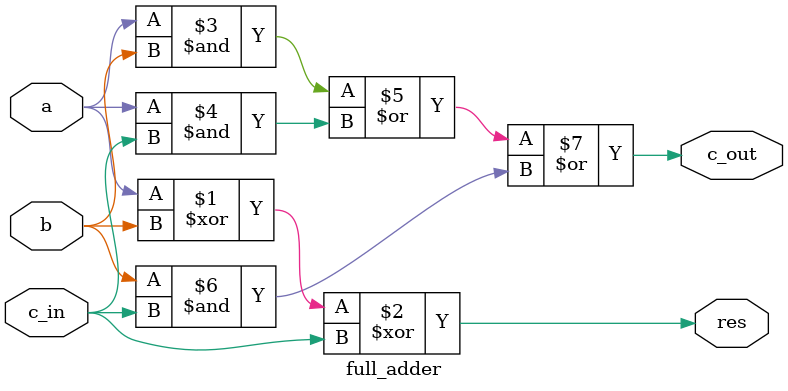
<source format=sv>


module full_adder(
                    input logic a,
                    input logic b,
                    input logic c_in,
                    output logic res,
                    output logic c_out
    );
    assign res = a ^ b ^ c_in;
    assign c_out = (a & b) | (a & c_in) | (b & c_in);
endmodule

</source>
